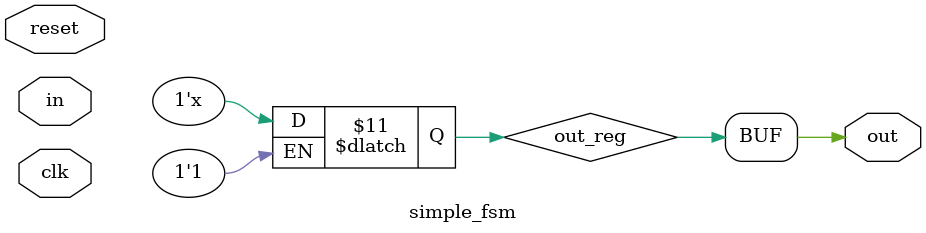
<source format=v>
module simple_fsm(clk, reset, in, out);
input clk;
input reset;
input in;
output out;
wire out;
reg present_state, next_state;
// In state 0, if in=1, stay in state 0. In state 0, if in=0, go to state 1
// In state 1, if in=1, stay in state 1. In state 1, if in=0, go to state 0
// out=1 in state 0 and out=0 in state 1
reg out_reg;

always@(posedge clk, posedge reset)
begin
if(reset)
present_state <= 0;
else
present_state <= next_state;
end

always@(*)
begin
case(present_state)
0: begin
next_state = in ? 0 : 1;
out_reg = out;
end
1: begin
next_state = in ? 1 : 0;
out_reg = out;
end
endcase
end

assign out = out_reg;
endmodule

</source>
